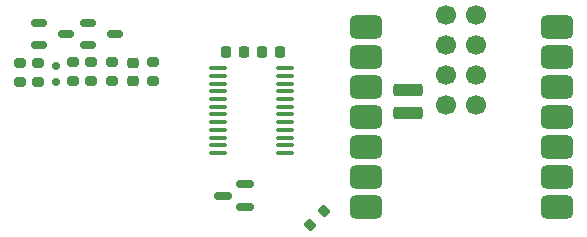
<source format=gbr>
%TF.GenerationSoftware,KiCad,Pcbnew,8.0.1*%
%TF.CreationDate,2025-01-20T12:05:53-05:00*%
%TF.ProjectId,200280,32303032-3830-42e6-9b69-6361645f7063,rev?*%
%TF.SameCoordinates,PX3473bc0PY5f5e100*%
%TF.FileFunction,Paste,Top*%
%TF.FilePolarity,Positive*%
%FSLAX46Y46*%
G04 Gerber Fmt 4.6, Leading zero omitted, Abs format (unit mm)*
G04 Created by KiCad (PCBNEW 8.0.1) date 2025-01-20 12:05:53*
%MOMM*%
%LPD*%
G01*
G04 APERTURE LIST*
G04 Aperture macros list*
%AMRoundRect*
0 Rectangle with rounded corners*
0 $1 Rounding radius*
0 $2 $3 $4 $5 $6 $7 $8 $9 X,Y pos of 4 corners*
0 Add a 4 corners polygon primitive as box body*
4,1,4,$2,$3,$4,$5,$6,$7,$8,$9,$2,$3,0*
0 Add four circle primitives for the rounded corners*
1,1,$1+$1,$2,$3*
1,1,$1+$1,$4,$5*
1,1,$1+$1,$6,$7*
1,1,$1+$1,$8,$9*
0 Add four rect primitives between the rounded corners*
20,1,$1+$1,$2,$3,$4,$5,0*
20,1,$1+$1,$4,$5,$6,$7,0*
20,1,$1+$1,$6,$7,$8,$9,0*
20,1,$1+$1,$8,$9,$2,$3,0*%
G04 Aperture macros list end*
%ADD10RoundRect,0.200000X-0.053033X0.335876X-0.335876X0.053033X0.053033X-0.335876X0.335876X-0.053033X0*%
%ADD11RoundRect,0.225000X-0.250000X0.225000X-0.250000X-0.225000X0.250000X-0.225000X0.250000X0.225000X0*%
%ADD12RoundRect,0.200000X-0.275000X0.200000X-0.275000X-0.200000X0.275000X-0.200000X0.275000X0.200000X0*%
%ADD13RoundRect,0.200000X0.275000X-0.200000X0.275000X0.200000X-0.275000X0.200000X-0.275000X-0.200000X0*%
%ADD14RoundRect,0.150000X-0.512500X-0.150000X0.512500X-0.150000X0.512500X0.150000X-0.512500X0.150000X0*%
%ADD15RoundRect,0.150000X0.587500X0.150000X-0.587500X0.150000X-0.587500X-0.150000X0.587500X-0.150000X0*%
%ADD16RoundRect,0.100000X-0.637500X-0.100000X0.637500X-0.100000X0.637500X0.100000X-0.637500X0.100000X0*%
%ADD17RoundRect,0.225000X0.225000X0.250000X-0.225000X0.250000X-0.225000X-0.250000X0.225000X-0.250000X0*%
%ADD18RoundRect,0.500000X-0.875000X-0.500000X0.875000X-0.500000X0.875000X0.500000X-0.875000X0.500000X0*%
%ADD19RoundRect,0.275000X0.975000X0.275000X-0.975000X0.275000X-0.975000X-0.275000X0.975000X-0.275000X0*%
%ADD20C,1.700000*%
%ADD21RoundRect,0.150000X0.200000X-0.150000X0.200000X0.150000X-0.200000X0.150000X-0.200000X-0.150000X0*%
G04 APERTURE END LIST*
D10*
%TO.C,R7*%
X91883363Y6483363D03*
X90716637Y5316637D03*
%TD*%
D11*
%TO.C,C1*%
X75700000Y19075000D03*
X75700000Y17525000D03*
%TD*%
D12*
%TO.C,R6*%
X67700000Y19075000D03*
X67700000Y17425000D03*
%TD*%
D13*
%TO.C,R5*%
X66137500Y17425000D03*
X66137500Y19075000D03*
%TD*%
%TO.C,R4*%
X77400000Y17475000D03*
X77400000Y19125000D03*
%TD*%
D12*
%TO.C,R3*%
X74000000Y19125000D03*
X74000000Y17475000D03*
%TD*%
%TO.C,R2*%
X72200000Y19125000D03*
X72200000Y17475000D03*
%TD*%
%TO.C,R1*%
X70700000Y19125000D03*
X70700000Y17475000D03*
%TD*%
D14*
%TO.C,Q4*%
X70037500Y21500000D03*
X67762500Y20550000D03*
X67762500Y22450000D03*
%TD*%
D15*
%TO.C,Q2*%
X83362500Y7800000D03*
X85237500Y8750000D03*
X85237500Y6850000D03*
%TD*%
D14*
%TO.C,Q1*%
X74237500Y21500000D03*
X71962500Y20550000D03*
X71962500Y22450000D03*
%TD*%
D16*
%TO.C,U1*%
X82912500Y18575000D03*
X82912500Y17925000D03*
X82912500Y17275000D03*
X82912500Y16625000D03*
X82912500Y15975000D03*
X82912500Y15325000D03*
X82912500Y14675000D03*
X82912500Y14025000D03*
X82912500Y13375000D03*
X82912500Y12725000D03*
X82912500Y12075000D03*
X82912500Y11425000D03*
X88637500Y11425000D03*
X88637500Y12075000D03*
X88637500Y12725000D03*
X88637500Y13375000D03*
X88637500Y14025000D03*
X88637500Y14675000D03*
X88637500Y15325000D03*
X88637500Y15975000D03*
X88637500Y16625000D03*
X88637500Y17275000D03*
X88637500Y17925000D03*
X88637500Y18575000D03*
%TD*%
D17*
%TO.C,C2*%
X88175000Y20000000D03*
X86625000Y20000000D03*
%TD*%
D18*
%TO.C,U2*%
X95438636Y22073000D03*
X95438636Y19533000D03*
X95438636Y16993000D03*
X95438636Y14453000D03*
X95438636Y11913000D03*
X95438636Y9373000D03*
X95438636Y6833000D03*
X111603636Y6833000D03*
X111603636Y9373000D03*
X111603636Y11913000D03*
X111603636Y14453000D03*
X111603636Y16993000D03*
X111603636Y19533000D03*
X111603636Y22073000D03*
D19*
X99048636Y14835000D03*
X99048636Y16740000D03*
D20*
X102223636Y23085000D03*
X104763636Y23085000D03*
X102223636Y20545000D03*
X104763636Y20545000D03*
X102223636Y18005000D03*
X104763636Y18005000D03*
X102223636Y15465000D03*
X104763636Y15465000D03*
%TD*%
D17*
%TO.C,C3*%
X85175000Y20000000D03*
X83625000Y20000000D03*
%TD*%
D21*
%TO.C,D1*%
X69200000Y18800000D03*
X69200000Y17400000D03*
%TD*%
M02*

</source>
